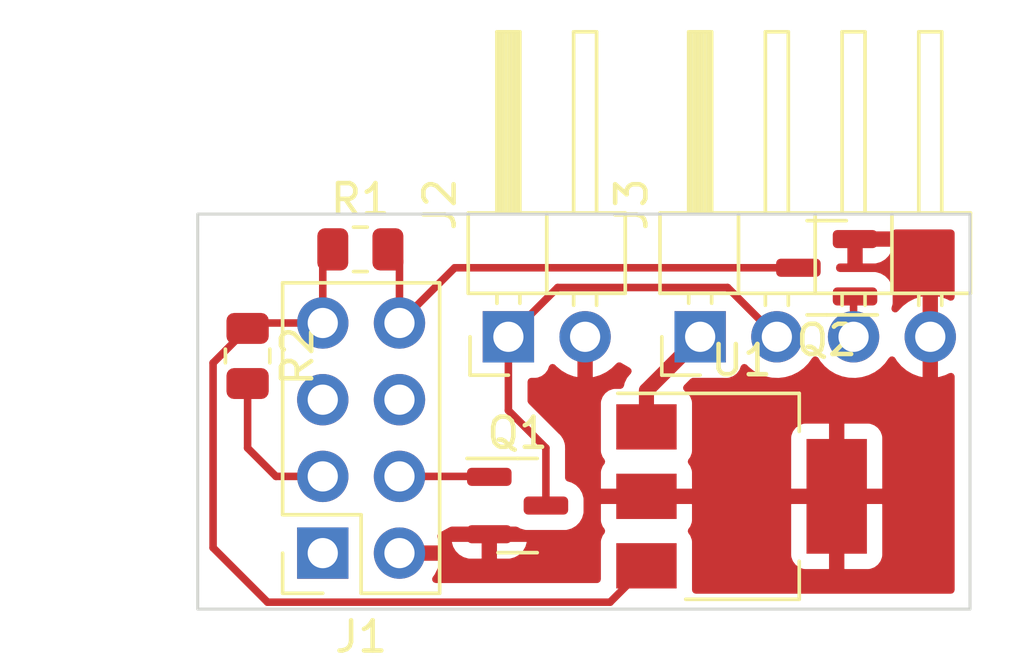
<source format=kicad_pcb>
(kicad_pcb (version 20211014) (generator pcbnew)
  (layers (0 "F.Cu" signal) (31 "B.Cu" signal) (34 "B.Paste" user) (35 "F.Paste" user) (36 "B.SilkS" user "B.Silkscreen") (37 "F.SilkS" user "F.Silkscreen") (38 "B.Mask" user) (39 "F.Mask" user) (44 "Edge.Cuts" user))
  (net 0 "")
  (net 2 "+3V3")
  (net 3 "CH_PD")
  (net 5 "GP4")
  (net 6 "GND")
  (net 7 "OUT")
  (net 8 "+5V")
  (net 9 "GP3")
  (net 10 "SENSE")
  (footprint "Package_TO_SOT_SMD:SOT-23" (layer "F.Cu") (at 106.4768 59.182)
    (fp_text reference "Q1" (at 0 -2.4) (layer "F.SilkS"))
    (fp_text value "2N7002E")
    (fp_line (start 0 1.56) (end -0.65 1.56) (layer "F.SilkS") (width 0.12))
    (fp_line (start 0 -1.56) (end -1.675 -1.56) (layer "F.SilkS") (width 0.12))
    (fp_line (start 0 1.56) (end 0.65 1.56) (layer "F.SilkS") (width 0.12))
    (fp_line (start 0 -1.56) (end 0.65 -1.56) (layer "F.SilkS") (width 0.12))
    (pad "1" smd roundrect (at -0.9375 -0.95) (size 1.475 0.6) (layers "F.Cu" "F.Paste" "F.Mask") (net 5 "GP4"))
    (pad "2" smd roundrect (at -0.9375 0.95) (size 1.475 0.6) (layers "F.Cu" "F.Paste" "F.Mask") (net 6 "GND"))
    (pad "3" smd roundrect (at 0.9375 0) (size 1.475 0.6) (layers "F.Cu" "F.Paste" "F.Mask") (net 7 "OUT"))
  )
  (footprint "Connector_PinHeader_2.54mm:PinHeader_1x04_P2.54mm_Horizontal" (layer "F.Cu") (at 112.522 53.594 90)
    (fp_text reference "J3" (at 4.385 -2.27 90) (layer "F.SilkS"))
    (fp_text value "Conn_01x04_Male")
    (fp_line (start 1.44 3.81) (end 4.1 3.81) (layer "F.SilkS") (width 0.12))
    (fp_line (start 1.11 -0.38) (end 1.44 -0.38) (layer "F.SilkS") (width 0.12))
    (fp_line (start 1.11 0.38) (end 1.44 0.38) (layer "F.SilkS") (width 0.12))
    (fp_line (start 4.1 -0.08) (end 10.1 -0.08) (layer "F.SilkS") (width 0.12))
    (fp_line (start 4.1 -0.38) (end 10.1 -0.38) (layer "F.SilkS") (width 0.12))
    (fp_line (start 4.1 0.28) (end 10.1 0.28) (layer "F.SilkS") (width 0.12))
    (fp_line (start -1.27 0) (end -1.27 -1.27) (layer "F.SilkS") (width 0.12))
    (fp_line (start 1.44 6.35) (end 4.1 6.35) (layer "F.SilkS") (width 0.12))
    (fp_line (start 4.1 0.16) (end 10.1 0.16) (layer "F.SilkS") (width 0.12))
    (fp_line (start 10.1 2.92) (end 4.1 2.92) (layer "F.SilkS") (width 0.12))
    (fp_line (start 10.1 -0.38) (end 10.1 0.38) (layer "F.SilkS") (width 0.12))
    (fp_line (start 4.1 4.7) (end 10.1 4.7) (layer "F.SilkS") (width 0.12))
    (fp_line (start 1.042929 8) (end 1.44 8) (layer "F.SilkS") (width 0.12))
    (fp_line (start 1.44 8.95) (end 4.1 8.95) (layer "F.SilkS") (width 0.12))
    (fp_line (start 4.1 7.24) (end 10.1 7.24) (layer "F.SilkS") (width 0.12))
    (fp_line (start 1.042929 2.16) (end 1.44 2.16) (layer "F.SilkS") (width 0.12))
    (fp_line (start 10.1 8) (end 4.1 8) (layer "F.SilkS") (width 0.12))
    (fp_line (start 10.1 2.16) (end 10.1 2.92) (layer "F.SilkS") (width 0.12))
    (fp_line (start 4.1 2.16) (end 10.1 2.16) (layer "F.SilkS") (width 0.12))
    (fp_line (start 4.1 8.95) (end 4.1 -1.33) (layer "F.SilkS") (width 0.12))
    (fp_line (start 10.1 7.24) (end 10.1 8) (layer "F.SilkS") (width 0.12))
    (fp_line (start 10.1 0.38) (end 4.1 0.38) (layer "F.SilkS") (width 0.12))
    (fp_line (start 1.042929 4.7) (end 1.44 4.7) (layer "F.SilkS") (width 0.12))
    (fp_line (start 4.1 -0.32) (end 10.1 -0.32) (layer "F.SilkS") (width 0.12))
    (fp_line (start 4.1 0.04) (end 10.1 0.04) (layer "F.SilkS") (width 0.12))
    (fp_line (start 1.042929 7.24) (end 1.44 7.24) (layer "F.SilkS") (width 0.12))
    (fp_line (start 1.042929 5.46) (end 1.44 5.46) (layer "F.SilkS") (width 0.12))
    (fp_line (start 1.44 -1.33) (end 1.44 8.95) (layer "F.SilkS") (width 0.12))
    (fp_line (start 4.1 -1.33) (end 1.44 -1.33) (layer "F.SilkS") (width 0.12))
    (fp_line (start 10.1 4.7) (end 10.1 5.46) (layer "F.SilkS") (width 0.12))
    (fp_line (start -1.27 -1.27) (end 0 -1.27) (layer "F.SilkS") (width 0.12))
    (fp_line (start 1.042929 2.92) (end 1.44 2.92) (layer "F.SilkS") (width 0.12))
    (fp_line (start 1.44 1.27) (end 4.1 1.27) (layer "F.SilkS") (width 0.12))
    (fp_line (start 4.1 -0.2) (end 10.1 -0.2) (layer "F.SilkS") (width 0.12))
    (fp_line (start 10.1 5.46) (end 4.1 5.46) (layer "F.SilkS") (width 0.12))
    (pad "1" thru_hole rect (at 0 0 90) (size 1.7 1.7) (drill 1) (layers *.Cu *.Mask) (net 8 "+5V"))
    (pad "2" thru_hole oval (at 0 2.54 90) (size 1.7 1.7) (drill 1) (layers *.Cu *.Mask) (net 7 "OUT"))
    (pad "3" thru_hole oval (at 0 5.08 90) (size 1.7 1.7) (drill 1) (layers *.Cu *.Mask) (net 10 "SENSE"))
    (pad "4" thru_hole oval (at 0 7.62 90) (size 1.7 1.7) (drill 1) (layers *.Cu *.Mask) (net 6 "GND"))
  )
  (footprint "Connector_PinSocket_2.54mm:PinSocket_2x04_P2.54mm_Vertical" (layer "F.Cu") (at 100.0252 60.7568 180)
    (fp_text reference "J1" (at -1.27 -2.77) (layer "F.SilkS"))
    (fp_text value "Conn_02x04_Counter_Clockwise")
    (fp_line (start -3.87 -1.33) (end -1.27 -1.33) (layer "F.SilkS") (width 0.12))
    (fp_line (start 0 -1.33) (end 1.33 -1.33) (layer "F.SilkS") (width 0.12))
    (fp_line (start -3.87 -1.33) (end -3.87 8.95) (layer "F.SilkS") (width 0.12))
    (fp_line (start -1.27 -1.33) (end -1.27 1.27) (layer "F.SilkS") (width 0.12))
    (fp_line (start -3.87 8.95) (end 1.33 8.95) (layer "F.SilkS") (width 0.12))
    (fp_line (start 1.33 1.27) (end 1.33 8.95) (layer "F.SilkS") (width 0.12))
    (fp_line (start -1.27 1.27) (end 1.33 1.27) (layer "F.SilkS") (width 0.12))
    (fp_line (start 1.33 -1.33) (end 1.33 0) (layer "F.SilkS") (width 0.12))
    (pad "1" thru_hole rect (at 0 0 180) (size 1.7 1.7) (drill 1) (layers *.Cu *.Mask))
    (pad "2" thru_hole oval (at -2.54 0 180) (size 1.7 1.7) (drill 1) (layers *.Cu *.Mask) (net 6 "GND"))
    (pad "3" thru_hole oval (at 0 2.54 180) (size 1.7 1.7) (drill 1) (layers *.Cu *.Mask) (net 3 "CH_PD"))
    (pad "4" thru_hole oval (at -2.54 2.54 180) (size 1.7 1.7) (drill 1) (layers *.Cu *.Mask) (net 5 "GP4"))
    (pad "5" thru_hole oval (at 0 5.08 180) (size 1.7 1.7) (drill 1) (layers *.Cu *.Mask))
    (pad "6" thru_hole oval (at -2.54 5.08 180) (size 1.7 1.7) (drill 1) (layers *.Cu *.Mask))
    (pad "7" thru_hole oval (at 0 7.62 180) (size 1.7 1.7) (drill 1) (layers *.Cu *.Mask) (net 2 "+3V3"))
    (pad "8" thru_hole oval (at -2.54 7.62 180) (size 1.7 1.7) (drill 1) (layers *.Cu *.Mask) (net 9 "GP3"))
  )
  (footprint "Connector_PinHeader_2.54mm:PinHeader_1x02_P2.54mm_Horizontal" (layer "F.Cu") (at 106.172 53.594 90)
    (fp_text reference "J2" (at 4.385 -2.27 90) (layer "F.SilkS"))
    (fp_text value "Conn_01x02_Male")
    (fp_line (start 4.1 -1.33) (end 1.44 -1.33) (layer "F.SilkS") (width 0.12))
    (fp_line (start 4.1 2.16) (end 10.1 2.16) (layer "F.SilkS") (width 0.12))
    (fp_line (start 10.1 2.92) (end 4.1 2.92) (layer "F.SilkS") (width 0.12))
    (fp_line (start 1.11 -0.38) (end 1.44 -0.38) (layer "F.SilkS") (width 0.12))
    (fp_line (start 1.11 0.38) (end 1.44 0.38) (layer "F.SilkS") (width 0.12))
    (fp_line (start 1.44 -1.33) (end 1.44 3.87) (layer "F.SilkS") (width 0.12))
    (fp_line (start -1.27 -1.27) (end 0 -1.27) (layer "F.SilkS") (width 0.12))
    (fp_line (start 4.1 0.28) (end 10.1 0.28) (layer "F.SilkS") (width 0.12))
    (fp_line (start 10.1 -0.38) (end 10.1 0.38) (layer "F.SilkS") (width 0.12))
    (fp_line (start 4.1 0.04) (end 10.1 0.04) (layer "F.SilkS") (width 0.12))
    (fp_line (start 1.042929 2.16) (end 1.44 2.16) (layer "F.SilkS") (width 0.12))
    (fp_line (start 10.1 0.38) (end 4.1 0.38) (layer "F.SilkS") (width 0.12))
    (fp_line (start 4.1 3.87) (end 4.1 -1.33) (layer "F.SilkS") (width 0.12))
    (fp_line (start -1.27 0) (end -1.27 -1.27) (layer "F.SilkS") (width 0.12))
    (fp_line (start 4.1 -0.2) (end 10.1 -0.2) (layer "F.SilkS") (width 0.12))
    (fp_line (start 1.042929 2.92) (end 1.44 2.92) (layer "F.SilkS") (width 0.12))
    (fp_line (start 4.1 0.16) (end 10.1 0.16) (layer "F.SilkS") (width 0.12))
    (fp_line (start 4.1 -0.32) (end 10.1 -0.32) (layer "F.SilkS") (width 0.12))
    (fp_line (start 10.1 2.16) (end 10.1 2.92) (layer "F.SilkS") (width 0.12))
    (fp_line (start 4.1 -0.08) (end 10.1 -0.08) (layer "F.SilkS") (width 0.12))
    (fp_line (start 1.44 1.27) (end 4.1 1.27) (layer "F.SilkS") (width 0.12))
    (fp_line (start 1.44 3.87) (end 4.1 3.87) (layer "F.SilkS") (width 0.12))
    (fp_line (start 4.1 -0.38) (end 10.1 -0.38) (layer "F.SilkS") (width 0.12))
    (pad "1" thru_hole rect (at 0 0 90) (size 1.7 1.7) (drill 1) (layers *.Cu *.Mask) (net 7 "OUT"))
    (pad "2" thru_hole oval (at 0 2.54 90) (size 1.7 1.7) (drill 1) (layers *.Cu *.Mask) (net 6 "GND"))
  )
  (footprint "Resistor_SMD:R_0805_2012Metric" (layer "F.Cu") (at 101.2698 50.6984)
    (fp_text reference "R1" (at 0 -1.65) (layer "F.SilkS"))
    (fp_text value "10k")
    (fp_line (start -0.227064 -0.735) (end 0.227064 -0.735) (layer "F.SilkS") (width 0.12))
    (fp_line (start -0.227064 0.735) (end 0.227064 0.735) (layer "F.SilkS") (width 0.12))
    (pad "1" smd roundrect (at -0.9125 0) (size 1.025 1.4) (layers "F.Cu" "F.Paste" "F.Mask") (roundrect_rratio 0.243902) (net 2 "+3V3"))
    (pad "2" smd roundrect (at 0.9125 0) (size 1.025 1.4) (layers "F.Cu" "F.Paste" "F.Mask") (roundrect_rratio 0.243902) (net 9 "GP3"))
  )
  (footprint "Package_TO_SOT_SMD:SOT-23" (layer "F.Cu") (at 116.713 51.308 180)
    (fp_text reference "Q2" (at 0 -2.4) (layer "F.SilkS"))
    (fp_text value "2N7002E")
    (fp_line (start 0 -1.56) (end -1.675 -1.56) (layer "F.SilkS") (width 0.12))
    (fp_line (start 0 1.56) (end -0.65 1.56) (layer "F.SilkS") (width 0.12))
    (fp_line (start 0 1.56) (end 0.65 1.56) (layer "F.SilkS") (width 0.12))
    (fp_line (start 0 -1.56) (end 0.65 -1.56) (layer "F.SilkS") (width 0.12))
    (pad "1" smd roundrect (at -0.9375 -0.95 180) (size 1.475 0.6) (layers "F.Cu" "F.Paste" "F.Mask") (net 10 "SENSE"))
    (pad "2" smd roundrect (at -0.9375 0.95 180) (size 1.475 0.6) (layers "F.Cu" "F.Paste" "F.Mask") (net 6 "GND"))
    (pad "3" smd roundrect (at 0.9375 0 180) (size 1.475 0.6) (layers "F.Cu" "F.Paste" "F.Mask") (net 9 "GP3"))
  )
  (footprint "Package_TO_SOT_SMD:SOT-223-3_TabPin2" (layer "F.Cu") (at 113.8936 58.8772)
    (fp_text reference "U1" (at 0 -4.5) (layer "F.SilkS"))
    (fp_text value "KA78M05_TO252")
    (fp_line (start 1.91 3.41) (end 1.91 2.15) (layer "F.SilkS") (width 0.12))
    (fp_line (start -4.1 -3.41) (end 1.91 -3.41) (layer "F.SilkS") (width 0.12))
    (fp_line (start -1.85 3.41) (end 1.91 3.41) (layer "F.SilkS") (width 0.12))
    (fp_line (start 1.91 -3.41) (end 1.91 -2.15) (layer "F.SilkS") (width 0.12))
    (pad "1" smd rect (at -3.15 -2.3) (size 2 1.5) (layers "F.Cu" "F.Paste" "F.Mask") (net 8 "+5V"))
    (pad "2" smd rect (at 3.15 0) (size 2 3.8) (layers "F.Cu" "F.Paste" "F.Mask") (net 6 "GND"))
    (pad "2" smd rect (at -3.15 0) (size 2 1.5) (layers "F.Cu" "F.Paste" "F.Mask") (net 6 "GND"))
    (pad "3" smd rect (at -3.15 2.3) (size 2 1.5) (layers "F.Cu" "F.Paste" "F.Mask") (net 2 "+3V3"))
  )
  (footprint "Resistor_SMD:R_0805_2012Metric" (layer "F.Cu") (at 97.536 54.229 -90)
    (fp_text reference "R2" (at 0 -1.65 90) (layer "F.SilkS"))
    (fp_text value "10k")
    (fp_line (start -0.227064 -0.735) (end 0.227064 -0.735) (layer "F.SilkS") (width 0.12))
    (fp_line (start -0.227064 0.735) (end 0.227064 0.735) (layer "F.SilkS") (width 0.12))
    (pad "1" smd roundrect (at -0.9125 0 270) (size 1.025 1.4) (layers "F.Cu" "F.Paste" "F.Mask") (roundrect_rratio 0.243902) (net 2 "+3V3"))
    (pad "2" smd roundrect (at 0.9125 0 270) (size 1.025 1.4) (layers "F.Cu" "F.Paste" "F.Mask") (roundrect_rratio 0.243902) (net 3 "CH_PD"))
  )
  (gr_rect (start 95.885 49.53) (end 121.458189 62.611) (layer "Edge.Cuts") (width 0.1) (fill none))
  (segment (start 98.1964 62.3824) (end 96.393 60.579) (width 0.25) (layer "F.Cu") (net 2))
  (segment (start 96.393 54.4595) (end 97.536 53.3165) (width 0.25) (layer "F.Cu") (net 2))
  (segment (start 110.7436 61.1772) (end 109.5384 62.3824) (width 0.25) (layer "F.Cu") (net 2))
  (segment (start 109.5384 62.3824) (end 98.1964 62.3824) (width 0.25) (layer "F.Cu") (net 2))
  (segment (start 100.0252 53.1368) (end 100.0252 51.0305) (width 0.25) (layer "F.Cu") (net 2))
  (segment (start 96.393 60.579) (end 96.393 54.4595) (width 0.25) (layer "F.Cu") (net 2))
  (segment (start 97.7157 53.1368) (end 97.536 53.3165) (width 0.25) (layer "F.Cu") (net 2))
  (segment (start 100.0252 53.1368) (end 97.7157 53.1368) (width 0.25) (layer "F.Cu") (net 2))
  (segment (start 100.0252 51.0305) (end 100.3573 50.6984) (width 0.25) (layer "F.Cu") (net 2))
  (segment (start 98.4758 58.2168) (end 97.536 57.277) (width 0.25) (layer "F.Cu") (net 3))
  (segment (start 100.0252 58.2168) (end 98.4758 58.2168) (width 0.25) (layer "F.Cu") (net 3))
  (segment (start 97.536 57.277) (end 97.536 55.1415) (width 0.25) (layer "F.Cu") (net 3))
  (segment (start 105.5241 58.2168) (end 105.5393 58.232) (width 0.25) (layer "F.Cu") (net 5))
  (segment (start 102.5652 58.2168) (end 105.5241 58.2168) (width 0.25) (layer "F.Cu") (net 5))
  (segment (start 106.172 53.594) (end 107.803711 51.962289) (width 0.25) (layer "F.Cu") (net 7))
  (segment (start 106.172 56.0324) (end 106.172 53.594) (width 0.25) (layer "F.Cu") (net 7))
  (segment (start 107.4143 59.182) (end 107.4143 57.2747) (width 0.25) (layer "F.Cu") (net 7))
  (segment (start 113.430289 51.962289) (end 115.062 53.594) (width 0.25) (layer "F.Cu") (net 7))
  (segment (start 107.4143 57.2747) (end 106.172 56.0324) (width 0.25) (layer "F.Cu") (net 7))
  (segment (start 107.803711 51.962289) (end 113.430289 51.962289) (width 0.25) (layer "F.Cu") (net 7))
  (segment (start 110.7436 56.5772) (end 110.7436 55.3724) (width 0.5) (layer "F.Cu") (net 8))
  (segment (start 110.7436 55.3724) (end 112.522 53.594) (width 0.5) (layer "F.Cu") (net 8))
  (segment (start 104.394 51.308) (end 102.5652 53.1368) (width 0.25) (layer "F.Cu") (net 9))
  (segment (start 102.5652 53.1368) (end 102.5652 51.0813) (width 0.25) (layer "F.Cu") (net 9))
  (segment (start 115.7755 51.308) (end 104.394 51.308) (width 0.25) (layer "F.Cu") (net 9))
  (segment (start 102.5652 51.0813) (end 102.1823 50.6984) (width 0.25) (layer "F.Cu") (net 9))
  (segment (start 117.602 53.594) (end 117.602 52.3065) (width 0.25) (layer "F.Cu") (net 10))
  (segment (start 117.602 52.3065) (end 117.6505 52.258) (width 0.25) (layer "F.Cu") (net 10))
  (zone (net 0) (net_name "") (layer "F.Cu") (connect_pads (clearance 0)) (min_thickness 0.254)
    (keepout (tracks allowed) (vias allowed) (pads allowed) (copperpour not_allowed) (footprints allowed))
    (fill (thermal_gap 0.508) (thermal_bridge_width 0.508) (island_removal_mode 2) (island_area_min 20))
    (polygon (pts (xy 106.3244 58.8772) (xy 106.426 59.436) (xy 105.7148 60.198) (xy 104.8004 59.5884) (xy 103.5812 60.2488) (xy 102.7684 59.7408) (xy 103.5304 58.674)))
  )
  (zone (net 0) (net_name "") (layer "F.Cu") (connect_pads (clearance 0)) (min_thickness 0.254)
    (keepout (tracks allowed) (vias allowed) (pads allowed) (copperpour not_allowed) (footprints allowed))
    (fill (thermal_gap 0.508) (thermal_bridge_width 0.508) (island_removal_mode 2) (island_area_min 20))
    (polygon (pts (xy 116.967 53.467) (xy 112.4712 53.6956) (xy 111.0488 55.118) (xy 108.5088 53.6448) (xy 102.87 54.356) (xy 102.997 49.657) (xy 115.189 49.784) (xy 116.967 49.657)))
  )
  (zone (net 6) (net_name "GND") (layer "F.Cu") (connect_pads (clearance 0.508)) (min_thickness 0.254) (fill yes (thermal_gap 0.508) (thermal_bridge_width 0.508) (island_removal_mode 2) (island_area_min 10))
    (polygon (pts (xy 121.4628 62.611) (xy 98.171 62.611) (xy 98.171 49.53) (xy 121.4628 49.53)))
  )
)
</source>
